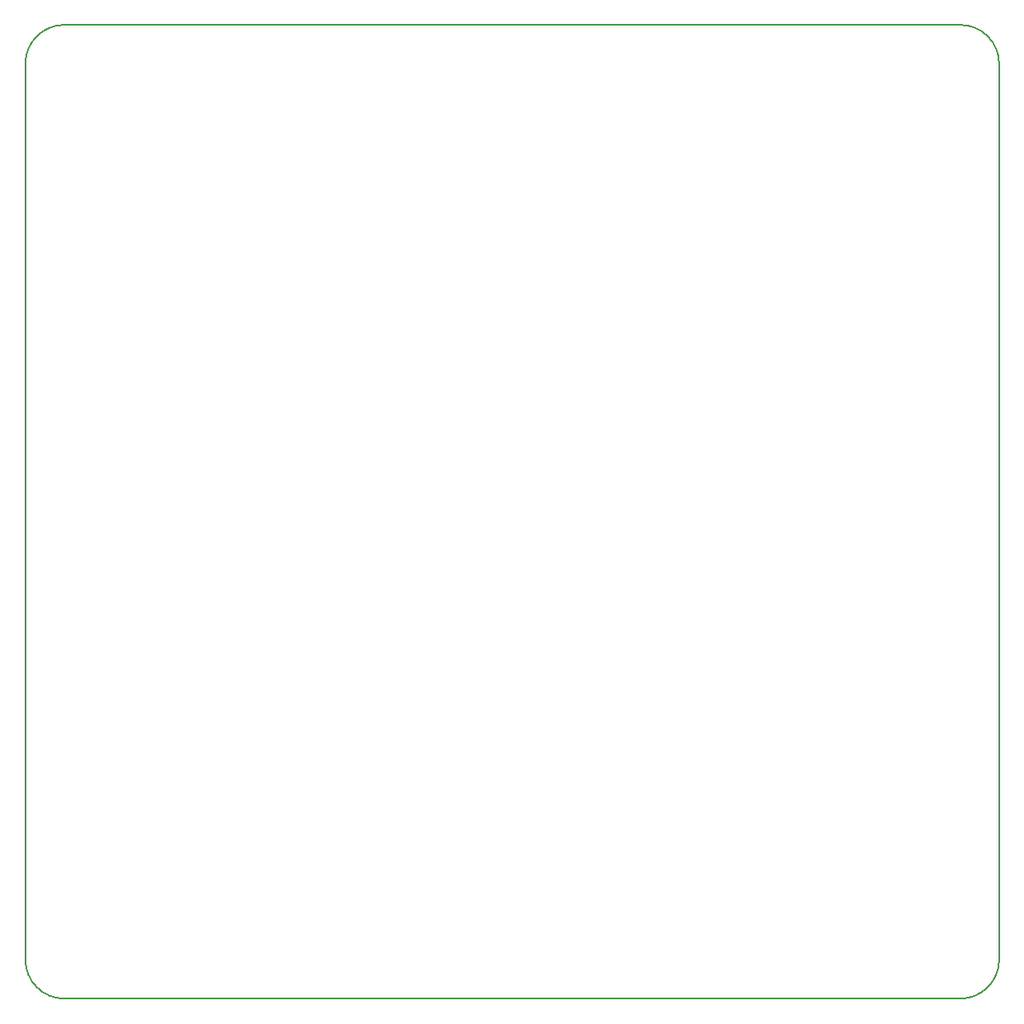
<source format=gbr>
%TF.GenerationSoftware,KiCad,Pcbnew,8.0.1*%
%TF.CreationDate,2024-03-19T23:57:42+08:00*%
%TF.ProjectId,bigger-brain,62696767-6572-42d6-9272-61696e2e6b69,2*%
%TF.SameCoordinates,Original*%
%TF.FileFunction,Profile,NP*%
%FSLAX46Y46*%
G04 Gerber Fmt 4.6, Leading zero omitted, Abs format (unit mm)*
G04 Created by KiCad (PCBNEW 8.0.1) date 2024-03-19 23:57:42*
%MOMM*%
%LPD*%
G01*
G04 APERTURE LIST*
%TA.AperFunction,Profile*%
%ADD10C,0.200000*%
%TD*%
G04 APERTURE END LIST*
D10*
X121000000Y-55000000D02*
X121000000Y-55000000D01*
G75*
G02*
X125000000Y-59000000I0J-4000000D01*
G01*
X125000000Y-151000000D01*
G75*
G02*
X121000000Y-155000000I-4000000J0D01*
G01*
X29000000Y-155000000D01*
G75*
G02*
X25000000Y-151000000I0J4000000D01*
G01*
X25000000Y-59000000D01*
G75*
G02*
X29000000Y-55000000I4000000J0D01*
G01*
X121000000Y-55000000D01*
M02*

</source>
